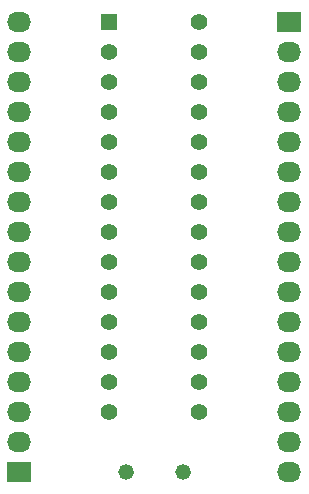
<source format=gbs>
G04 #@! TF.FileFunction,Soldermask,Bot*
%FSLAX46Y46*%
G04 Gerber Fmt 4.6, Leading zero omitted, Abs format (unit mm)*
G04 Created by KiCad (PCBNEW 4.0.2+dfsg1-stable) date Thu 29 Mar 2018 13:44:33 BST*
%MOMM*%
G01*
G04 APERTURE LIST*
%ADD10C,0.100000*%
%ADD11R,2.032000X1.727200*%
%ADD12O,2.032000X1.727200*%
%ADD13R,1.399540X1.399540*%
%ADD14C,1.399540*%
%ADD15C,1.320800*%
G04 APERTURE END LIST*
D10*
D11*
X170180000Y-137160000D03*
D12*
X170180000Y-134620000D03*
X170180000Y-132080000D03*
X170180000Y-129540000D03*
X170180000Y-127000000D03*
X170180000Y-124460000D03*
X170180000Y-121920000D03*
X170180000Y-119380000D03*
X170180000Y-116840000D03*
X170180000Y-114300000D03*
X170180000Y-111760000D03*
X170180000Y-109220000D03*
X170180000Y-106680000D03*
X170180000Y-104140000D03*
X170180000Y-101600000D03*
X170180000Y-99060000D03*
D11*
X193040000Y-99060000D03*
D12*
X193040000Y-101600000D03*
X193040000Y-104140000D03*
X193040000Y-106680000D03*
X193040000Y-109220000D03*
X193040000Y-111760000D03*
X193040000Y-114300000D03*
X193040000Y-116840000D03*
X193040000Y-119380000D03*
X193040000Y-121920000D03*
X193040000Y-124460000D03*
X193040000Y-127000000D03*
X193040000Y-129540000D03*
X193040000Y-132080000D03*
X193040000Y-134620000D03*
X193040000Y-137160000D03*
D13*
X177800000Y-99060000D03*
D14*
X177800000Y-101600000D03*
X177800000Y-104140000D03*
X177800000Y-106680000D03*
X177800000Y-109220000D03*
X177800000Y-111760000D03*
X177800000Y-114300000D03*
X177800000Y-116840000D03*
X177800000Y-119380000D03*
X177800000Y-121920000D03*
X177800000Y-124460000D03*
X177800000Y-127000000D03*
X177800000Y-129540000D03*
X177800000Y-132080000D03*
X185420000Y-132080000D03*
X185420000Y-129540000D03*
X185420000Y-127000000D03*
X185420000Y-124460000D03*
X185420000Y-121920000D03*
X185420000Y-119380000D03*
X185420000Y-116840000D03*
X185420000Y-114300000D03*
X185420000Y-111760000D03*
X185420000Y-109220000D03*
X185420000Y-106680000D03*
X185420000Y-104140000D03*
X185420000Y-101600000D03*
X185420000Y-99060000D03*
D15*
X179197000Y-137160000D03*
X184023000Y-137160000D03*
M02*

</source>
